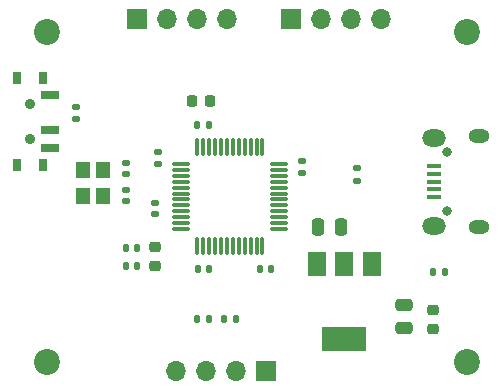
<source format=gbr>
%TF.GenerationSoftware,KiCad,Pcbnew,(6.0.1)*%
%TF.CreationDate,2022-02-23T01:52:36+01:00*%
%TF.ProjectId,stm32myPill,73746d33-326d-4795-9069-6c6c2e6b6963,rev?*%
%TF.SameCoordinates,Original*%
%TF.FileFunction,Soldermask,Top*%
%TF.FilePolarity,Negative*%
%FSLAX46Y46*%
G04 Gerber Fmt 4.6, Leading zero omitted, Abs format (unit mm)*
G04 Created by KiCad (PCBNEW (6.0.1)) date 2022-02-23 01:52:36*
%MOMM*%
%LPD*%
G01*
G04 APERTURE LIST*
G04 Aperture macros list*
%AMRoundRect*
0 Rectangle with rounded corners*
0 $1 Rounding radius*
0 $2 $3 $4 $5 $6 $7 $8 $9 X,Y pos of 4 corners*
0 Add a 4 corners polygon primitive as box body*
4,1,4,$2,$3,$4,$5,$6,$7,$8,$9,$2,$3,0*
0 Add four circle primitives for the rounded corners*
1,1,$1+$1,$2,$3*
1,1,$1+$1,$4,$5*
1,1,$1+$1,$6,$7*
1,1,$1+$1,$8,$9*
0 Add four rect primitives between the rounded corners*
20,1,$1+$1,$2,$3,$4,$5,0*
20,1,$1+$1,$4,$5,$6,$7,0*
20,1,$1+$1,$6,$7,$8,$9,0*
20,1,$1+$1,$8,$9,$2,$3,0*%
G04 Aperture macros list end*
%ADD10R,1.500000X2.000000*%
%ADD11R,3.800000X2.000000*%
%ADD12RoundRect,0.140000X0.140000X0.170000X-0.140000X0.170000X-0.140000X-0.170000X0.140000X-0.170000X0*%
%ADD13O,0.800000X0.800000*%
%ADD14R,1.300000X0.450000*%
%ADD15O,2.000000X1.450000*%
%ADD16O,1.800000X1.150000*%
%ADD17RoundRect,0.140000X0.170000X-0.140000X0.170000X0.140000X-0.170000X0.140000X-0.170000X-0.140000X0*%
%ADD18R,1.700000X1.700000*%
%ADD19O,1.700000X1.700000*%
%ADD20RoundRect,0.140000X-0.140000X-0.170000X0.140000X-0.170000X0.140000X0.170000X-0.140000X0.170000X0*%
%ADD21C,2.200000*%
%ADD22C,0.900000*%
%ADD23R,0.800000X1.000000*%
%ADD24R,1.500000X0.700000*%
%ADD25RoundRect,0.250000X0.475000X-0.250000X0.475000X0.250000X-0.475000X0.250000X-0.475000X-0.250000X0*%
%ADD26RoundRect,0.218750X-0.256250X0.218750X-0.256250X-0.218750X0.256250X-0.218750X0.256250X0.218750X0*%
%ADD27RoundRect,0.075000X-0.662500X-0.075000X0.662500X-0.075000X0.662500X0.075000X-0.662500X0.075000X0*%
%ADD28RoundRect,0.075000X-0.075000X-0.662500X0.075000X-0.662500X0.075000X0.662500X-0.075000X0.662500X0*%
%ADD29RoundRect,0.135000X-0.185000X0.135000X-0.185000X-0.135000X0.185000X-0.135000X0.185000X0.135000X0*%
%ADD30RoundRect,0.250000X-0.250000X-0.475000X0.250000X-0.475000X0.250000X0.475000X-0.250000X0.475000X0*%
%ADD31RoundRect,0.135000X0.135000X0.185000X-0.135000X0.185000X-0.135000X-0.185000X0.135000X-0.185000X0*%
%ADD32RoundRect,0.225000X-0.225000X-0.250000X0.225000X-0.250000X0.225000X0.250000X-0.225000X0.250000X0*%
%ADD33R,1.200000X1.400000*%
%ADD34RoundRect,0.135000X0.185000X-0.135000X0.185000X0.135000X-0.185000X0.135000X-0.185000X-0.135000X0*%
%ADD35RoundRect,0.140000X-0.170000X0.140000X-0.170000X-0.140000X0.170000X-0.140000X0.170000X0.140000X0*%
%ADD36RoundRect,0.135000X-0.135000X-0.185000X0.135000X-0.185000X0.135000X0.185000X-0.135000X0.185000X0*%
G04 APERTURE END LIST*
D10*
%TO.C,U1*%
X109996000Y-85750000D03*
X107696000Y-85750000D03*
D11*
X107696000Y-92050000D03*
D10*
X105396000Y-85750000D03*
%TD*%
D12*
%TO.C,C6*%
X101480000Y-86106000D03*
X100520000Y-86106000D03*
%TD*%
D13*
%TO.C,J1*%
X116345000Y-76245000D03*
X116345000Y-81245000D03*
D14*
X115245000Y-80045000D03*
X115245000Y-79395000D03*
X115245000Y-78745000D03*
X115245000Y-78095000D03*
X115245000Y-77445000D03*
D15*
X115295000Y-75020000D03*
X115295000Y-82470000D03*
D16*
X119095000Y-82620000D03*
X119095000Y-74870000D03*
%TD*%
D17*
%TO.C,C4*%
X91948000Y-77216000D03*
X91948000Y-76256000D03*
%TD*%
D18*
%TO.C,J4*%
X101080000Y-94750000D03*
D19*
X98540000Y-94750000D03*
X96000000Y-94750000D03*
X93460000Y-94750000D03*
%TD*%
D20*
%TO.C,C11*%
X95278000Y-86106000D03*
X96238000Y-86106000D03*
%TD*%
D21*
%TO.C,H1*%
X82550000Y-66040000D03*
%TD*%
D18*
%TO.C,J3*%
X103210000Y-65000000D03*
D19*
X105750000Y-65000000D03*
X108290000Y-65000000D03*
X110830000Y-65000000D03*
%TD*%
D22*
%TO.C,SW1*%
X81044000Y-72160000D03*
D23*
X82154000Y-77310000D03*
X79944000Y-77310000D03*
X79944000Y-70010000D03*
D22*
X81044000Y-75160000D03*
D23*
X82154000Y-70010000D03*
D24*
X82804000Y-71410000D03*
X82804000Y-74410000D03*
X82804000Y-75910000D03*
%TD*%
D21*
%TO.C,H4*%
X82550000Y-93980000D03*
%TD*%
D12*
%TO.C,C9*%
X90142000Y-84328000D03*
X89182000Y-84328000D03*
%TD*%
D25*
%TO.C,C2*%
X112776000Y-91120000D03*
X112776000Y-89220000D03*
%TD*%
D26*
%TO.C,D1*%
X115200000Y-89612500D03*
X115200000Y-91187500D03*
%TD*%
D12*
%TO.C,C10*%
X90142000Y-85852000D03*
X89182000Y-85852000D03*
%TD*%
D27*
%TO.C,U2*%
X93837500Y-77250000D03*
X93837500Y-77750000D03*
X93837500Y-78250000D03*
X93837500Y-78750000D03*
X93837500Y-79250000D03*
X93837500Y-79750000D03*
X93837500Y-80250000D03*
X93837500Y-80750000D03*
X93837500Y-81250000D03*
X93837500Y-81750000D03*
X93837500Y-82250000D03*
X93837500Y-82750000D03*
D28*
X95250000Y-84162500D03*
X95750000Y-84162500D03*
X96250000Y-84162500D03*
X96750000Y-84162500D03*
X97250000Y-84162500D03*
X97750000Y-84162500D03*
X98250000Y-84162500D03*
X98750000Y-84162500D03*
X99250000Y-84162500D03*
X99750000Y-84162500D03*
X100250000Y-84162500D03*
X100750000Y-84162500D03*
D27*
X102162500Y-82750000D03*
X102162500Y-82250000D03*
X102162500Y-81750000D03*
X102162500Y-81250000D03*
X102162500Y-80750000D03*
X102162500Y-80250000D03*
X102162500Y-79750000D03*
X102162500Y-79250000D03*
X102162500Y-78750000D03*
X102162500Y-78250000D03*
X102162500Y-77750000D03*
X102162500Y-77250000D03*
D28*
X100750000Y-75837500D03*
X100250000Y-75837500D03*
X99750000Y-75837500D03*
X99250000Y-75837500D03*
X98750000Y-75837500D03*
X98250000Y-75837500D03*
X97750000Y-75837500D03*
X97250000Y-75837500D03*
X96750000Y-75837500D03*
X96250000Y-75837500D03*
X95750000Y-75837500D03*
X95250000Y-75837500D03*
%TD*%
D29*
%TO.C,R3*%
X108800000Y-77630000D03*
X108800000Y-78650000D03*
%TD*%
D30*
%TO.C,C1*%
X105476000Y-82550000D03*
X107376000Y-82550000D03*
%TD*%
D21*
%TO.C,H2*%
X118110000Y-66040000D03*
%TD*%
D17*
%TO.C,C12*%
X89194000Y-78138000D03*
X89194000Y-77178000D03*
%TD*%
D31*
%TO.C,R1*%
X116200000Y-86360000D03*
X115180000Y-86360000D03*
%TD*%
D18*
%TO.C,J2*%
X90120000Y-65000000D03*
D19*
X92660000Y-65000000D03*
X95200000Y-65000000D03*
X97740000Y-65000000D03*
%TD*%
D32*
%TO.C,C3*%
X94800000Y-71882000D03*
X96350000Y-71882000D03*
%TD*%
D33*
%TO.C,Y1*%
X85550000Y-77800000D03*
X85550000Y-80000000D03*
X87250000Y-80000000D03*
X87250000Y-77800000D03*
%TD*%
D34*
%TO.C,R2*%
X85000000Y-73420000D03*
X85000000Y-72400000D03*
%TD*%
D31*
%TO.C,R4*%
X96224000Y-90416000D03*
X95204000Y-90416000D03*
%TD*%
D17*
%TO.C,C8*%
X91694000Y-81480000D03*
X91694000Y-80520000D03*
%TD*%
D35*
%TO.C,C7*%
X104140000Y-77020000D03*
X104140000Y-77980000D03*
%TD*%
D21*
%TO.C,H3*%
X118110000Y-93980000D03*
%TD*%
D26*
%TO.C,FB1*%
X91694000Y-84302500D03*
X91694000Y-85877500D03*
%TD*%
D36*
%TO.C,R5*%
X97490000Y-90416000D03*
X98510000Y-90416000D03*
%TD*%
D17*
%TO.C,C13*%
X89194000Y-80396000D03*
X89194000Y-79436000D03*
%TD*%
D20*
%TO.C,C5*%
X95250000Y-73914000D03*
X96210000Y-73914000D03*
%TD*%
M02*

</source>
